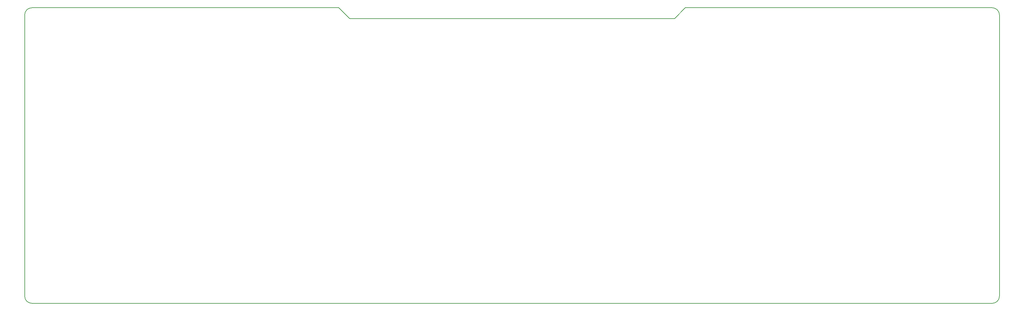
<source format=gm1>
G04 #@! TF.FileFunction,Profile,NP*
%FSLAX46Y46*%
G04 Gerber Fmt 4.6, Leading zero omitted, Abs format (unit mm)*
G04 Created by KiCad (PCBNEW 4.0.4-stable) date Wednesday, 23 November 2016 'AMt' 09:31:18 AM*
%MOMM*%
%LPD*%
G01*
G04 APERTURE LIST*
%ADD10C,0.100000*%
%ADD11C,0.150000*%
G04 APERTURE END LIST*
D10*
D11*
X197000000Y-63000000D02*
X282000000Y-63000000D01*
X101000000Y-63000000D02*
X16000000Y-63000000D01*
X194000000Y-66000000D02*
X197000000Y-63000000D01*
X104000000Y-66000000D02*
X194000000Y-66000000D01*
X101000000Y-63000000D02*
X104000000Y-66000000D01*
X14000000Y-143000000D02*
X14000000Y-65000000D01*
X284000000Y-143000000D02*
X284000000Y-65000000D01*
X16000000Y-145000000D02*
X282000000Y-145000000D01*
X282000000Y-145000000D02*
G75*
G03X284000000Y-143000000I0J2000000D01*
G01*
X284000000Y-65000000D02*
G75*
G03X282000000Y-63000000I-2000000J0D01*
G01*
X14000000Y-143000000D02*
G75*
G03X16000000Y-145000000I2000000J0D01*
G01*
X16000000Y-63000000D02*
G75*
G03X14000000Y-65000000I0J-2000000D01*
G01*
M02*

</source>
